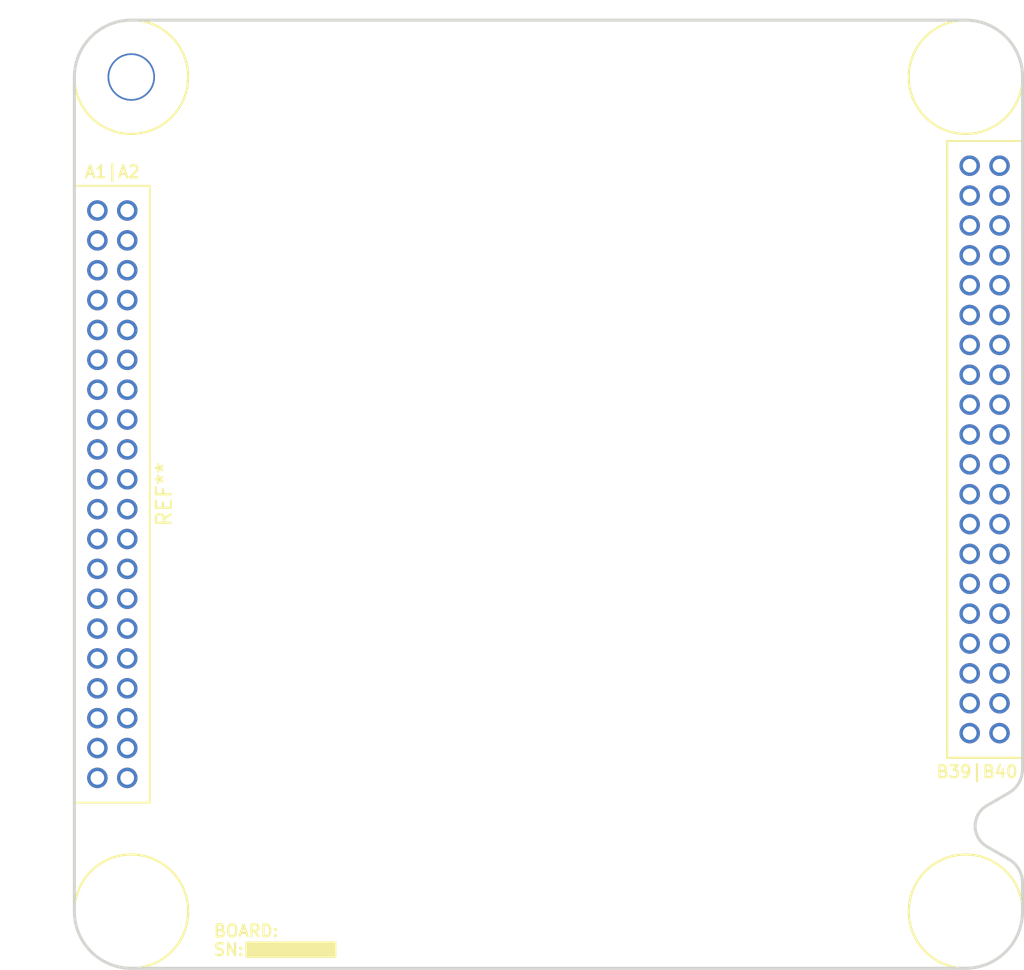
<source format=kicad_pcb>
(kicad_pcb (version 20211014) (generator pcbnew)
  (layers (0 "F.Cu" signal) (31 "B.Cu" signal) (34 "B.Paste" user) (35 "F.Paste" user) (36 "B.SilkS" user "B.Silkscreen") (37 "F.SilkS" user "F.Silkscreen") (38 "B.Mask" user) (39 "F.Mask" user) (44 "Edge.Cuts" user))
  (net 0 "")
  (footprint "star-common-lib:CAS_physical" (layer "F.Cu") (at 109.22 60.96)
    (fp_text reference "REF**" (at 6 31.75 90) (layer "F.SilkS"))
    (fp_text value "CAS_physical")
    (fp_text user "SN:" (at 9.25 62.25) (layer "F.SilkS") (effects (font (size 0.8 0.8)) (justify left)))
    (fp_text user "A1|A2" (at 2.54 10.16) (layer "F.SilkS") (effects (font (size 0.8 0.8))))
    (fp_text user "BOARD:" (at 9.25 61) (layer "F.SilkS") (effects (font (size 0.8 0.8)) (justify left)))
    (fp_text user "B39|B40" (at 60.452 50.34) (layer "F.SilkS") (effects (font (size 0.8 0.8))))
    (fp_line (start 58.4517 8.0934) (end 63.4683 8.0934) (layer "F.SilkS") (width 0.127))
    (fp_line (start 63.4683 49.4066) (end 58.4517 49.4066) (layer "F.SilkS") (width 0.15))
    (fp_line (start 5.0483 52.4066) (end 0 52.4066) (layer "F.SilkS") (width 0.127))
    (fp_line (start 0 11.0934) (end 5.0483 11.0934) (layer "F.SilkS") (width 0.127))
    (fp_line (start 58.4517 49.4066) (end 58.4517 8.0934) (layer "F.SilkS") (width 0.15))
    (fp_line (start 5.0483 11.0934) (end 5.0483 52.4066) (layer "F.SilkS") (width 0.127))
    (fp_circle (center 59.69 59.69) (end 63.5 59.69) (layer "F.SilkS") (width 0.15) (fill none))
    (fp_circle (center 59.69 3.81) (end 63.5 3.81) (layer "F.SilkS") (width 0.15) (fill none))
    (fp_circle (center 3.81 59.69) (end 7.62 59.69) (layer "F.SilkS") (width 0.15) (fill none))
    (fp_circle (center 3.81 3.81) (end 7.62 3.81) (layer "F.SilkS") (width 0.15) (fill none))
    (fp_poly (pts (xy 17.5 62.75) (xy 11.5 62.75) (xy 11.5 61.75) (xy 17.5 61.75)) (layer "F.SilkS") (width 0.1) (fill solid))
    (fp_line (start 59.69 63.5) (end 3.81 63.5) (layer "Edge.Cuts") (width 0.2))
    (fp_line (start 63.5 3.81) (end 63.5 50.165) (layer "Edge.Cuts") (width 0.2))
    (fp_line (start 3.81 0) (end 59.69 0) (layer "Edge.Cuts") (width 0.2))
    (fp_line (start 61.11875 55.349816) (end 62.581693 56.194446) (layer "Edge.Cuts") (width 0.2))
    (fp_line (start 0 59.69) (end 0 3.81) (layer "Edge.Cuts") (width 0.2))
    (fp_line (start 63.5 57.785) (end 63.5 59.69) (layer "Edge.Cuts") (width 0.2))
    (fp_line (start 61.118751 52.600185) (end 62.581694 51.755555) (layer "Edge.Cuts") (width 0.2))
    (fp_arc (start 62.581694 56.194446) (mid 63.253941 56.866693) (end 63.5 57.785) (layer "Edge.Cuts") (width 0.2))
    (fp_arc (start 59.69 0) (mid 62.384077 1.115923) (end 63.5 3.81) (layer "Edge.Cuts") (width 0.2))
    (fp_arc (start 0 3.81) (mid 1.115923 1.115923) (end 3.81 0) (layer "Edge.Cuts") (width 0.2))
    (fp_arc (start 3.81 63.5) (mid 1.115923 62.384077) (end 0 59.69) (layer "Edge.Cuts") (width 0.2))
    (fp_arc (start 63.5 50.165) (mid 63.25394 51.083307) (end 62.581693 51.755554) (layer "Edge.Cuts") (width 0.2))
    (fp_arc (start 63.5 59.69) (mid 62.384077 62.384077) (end 59.69 63.5) (layer "Edge.Cuts") (width 0.2))
    (fp_arc (start 61.11875 55.349814) (mid 60.325001 53.974999) (end 61.118751 52.600185) (layer "Edge.Cuts") (width 0.2))
    (pad "" np_thru_hole circle locked (at 3.81 3.81) (size 3.175 3.175) (drill 2.9464) (layers *.Cu *.Mask))
    (pad "" np_thru_hole circle locked (at 59.69 3.81) (size 3.175 3.175) (drill 3.175) (layers *.Cu *.Mask))
    (pad "" np_thru_hole circle locked (at 3.81 59.69) (size 3.175 3.175) (drill 3.175) (layers *.Cu *.Mask))
    (pad "" np_thru_hole circle locked (at 59.69 59.69) (size 3.175 3.175) (drill 3.175) (layers *.Cu *.Mask))
    (pad "A1" thru_hole circle locked (at 1.54 12.75 90) (size 1.3716 1.3716) (drill 0.9144) (layers *.Cu *.Mask))
    (pad "A2" thru_hole circle locked (at 3.54 12.75 90) (size 1.3716 1.3716) (drill 0.9144) (layers *.Cu *.Mask))
    (pad "A3" thru_hole circle locked (at 1.54 14.75 90) (size 1.3716 1.3716) (drill 0.9144) (layers *.Cu *.Mask))
    (pad "A4" thru_hole circle locked (at 3.54 14.75 90) (size 1.3716 1.3716) (drill 0.9144) (layers *.Cu *.Mask))
    (pad "A5" thru_hole circle locked (at 1.54 16.75 90) (size 1.3716 1.3716) (drill 0.9144) (layers *.Cu *.Mask))
    (pad "A6" thru_hole circle locked (at 3.54 16.75 90) (size 1.3716 1.3716) (drill 0.9144) (layers *.Cu *.Mask))
    (pad "A7" thru_hole circle locked (at 1.54 18.75 90) (size 1.3716 1.3716) (drill 0.9144) (layers *.Cu *.Mask))
    (pad "A8" thru_hole circle locked (at 3.54 18.75 90) (size 1.3716 1.3716) (drill 0.9144) (layers *.Cu *.Mask))
    (pad "A9" thru_hole circle locked (at 1.54 20.75 90) (size 1.3716 1.3716) (drill 0.9144) (layers *.Cu *.Mask))
    (pad "A10" thru_hole circle locked (at 3.54 20.75 90) (size 1.3716 1.3716) (drill 0.9144) (layers *.Cu *.Mask))
    (pad "A11" thru_hole circle locked (at 1.54 22.75 90) (size 1.3716 1.3716) (drill 0.9144) (layers *.Cu *.Mask))
    (pad "A12" thru_hole circle locked (at 3.54 22.75 90) (size 1.3716 1.3716) (drill 0.9144) (layers *.Cu *.Mask))
    (pad "A13" thru_hole circle locked (at 1.54 24.75 90) (size 1.3716 1.3716) (drill 0.9144) (layers *.Cu *.Mask))
    (pad "A14" thru_hole circle locked (at 3.54 24.75 90) (size 1.3716 1.3716) (drill 0.9144) (layers *.Cu *.Mask))
    (pad "A15" thru_hole circle locked (at 1.54 26.75 90) (size 1.3716 1.3716) (drill 0.9144) (layers *.Cu *.Mask))
    (pad "A16" thru_hole circle locked (at 3.54 26.75 90) (size 1.3716 1.3716) (drill 0.9144) (layers *.Cu *.Mask))
    (pad "A17" thru_hole circle locked (at 1.54 28.75 90) (size 1.3716 1.3716) (drill 0.9144) (layers *.Cu *.Mask))
    (pad "A18" thru_hole circle locked (at 3.54 28.75 90) (size 1.3716 1.3716) (drill 0.9144) (layers *.Cu *.Mask))
    (pad "A19" thru_hole circle locked (at 1.54 30.75 90) (size 1.3716 1.3716) (drill 0.9144) (layers *.Cu *.Mask))
    (pad "A20" thru_hole circle locked (at 3.54 30.75 90) (size 1.3716 1.3716) (drill 0.9144) (layers *.Cu *.Mask))
    (pad "A21" thru_hole circle locked (at 1.54 32.75 90) (size 1.3716 1.3716) (drill 0.9144) (layers *.Cu *.Mask))
    (pad "A22" thru_hole circle locked (at 3.54 32.75 90) (size 1.3716 1.3716) (drill 0.9144) (layers *.Cu *.Mask))
    (pad "A23" thru_hole circle locked (at 1.54 34.75 90) (size 1.3716 1.3716) (drill 0.9144) (layers *.Cu *.Mask))
    (pad "A24" thru_hole circle locked (at 3.54 34.75 90) (size 1.3716 1.3716) (drill 0.9144) (layers *.Cu *.Mask))
    (pad "A25" thru_hole circle locked (at 1.54 36.75 90) (size 1.3716 1.3716) (drill 0.9144) (layers *.Cu *.Mask))
    (pad "A26" thru_hole circle locked (at 3.54 36.75 90) (size 1.3716 1.3716) (drill 0.9144) (layers *.Cu *.Mask))
    (pad "A27" thru_hole circle locked (at 1.54 38.75 90) (size 1.3716 1.3716) (drill 0.9144) (layers *.Cu *.Mask))
    (pad "A28" thru_hole circle locked (at 3.54 38.75 90) (size 1.3716 1.3716) (drill 0.9144) (layers *.Cu *.Mask))
    (pad "A29" thru_hole circle locked (at 1.54 40.75 90) (size 1.3716 1.3716) (drill 0.9144) (layers *.Cu *.Mask))
    (pad "A30" thru_hole circle locked (at 3.54 40.75 90) (size 1.3716 1.3716) (drill 0.9144) (layers *.Cu *.Mask))
    (pad "A31" thru_hole circle locked (at 1.54 42.75 90) (size 1.3716 1.3716) (drill 0.9144) (layers *.Cu *.Mask))
    (pad "A32" thru_hole circle locked (at 3.54 42.75 90) (size 1.3716 1.3716) (drill 0.9144) (layers *.Cu *.Mask))
    (pad "A33" thru_hole circle locked (at 1.54 44.7499 90) (size 1.3716 1.3716) (drill 0.9144) (layers *.Cu *.Mask))
    (pad "A34" thru_hole circle locked (at 3.54 44.7499 90) (size 1.3716 1.3716) (drill 0.9144) (layers *.Cu *.Mask))
    (pad "A35" thru_hole circle locked (at 1.54 46.7499 90) (size 1.3716 1.3716) (drill 0.9144) (layers *.Cu *.Mask))
    (pad "A36" thru_hole circle locked (at 3.54 46.7499 90) (size 1.3716 1.3716) (drill 0.9144) (layers *.Cu *.Mask))
    (pad "A37" thru_hole circle locked (at 1.54 48.7499 90) (size 1.3716 1.3716) (drill 0.9144) (layers *.Cu *.Mask))
    (pad "A38" thru_hole circle locked (at 3.54 48.7499 90) (size 1.3716 1.3716) (drill 0.9144) (layers *.Cu *.Mask))
    (pad "A39" thru_hole circle locked (at 1.54 50.7499 90) (size 1.3716 1.3716) (drill 0.9144) (layers *.Cu *.Mask))
    (pad "A40" thru_hole circle locked (at 3.54 50.7499 90) (size 1.3716 1.3716) (drill 0.9144) (layers *.Cu *.Mask))
    (pad "B1" thru_hole circle locked (at 59.96 9.7501 270) (size 1.3716 1.3716) (drill 0.9144) (layers *.Cu *.Mask))
    (pad "B2" thru_hole circle locked (at 61.96 9.7501 270) (size 1.3716 1.3716) (drill 0.9144) (layers *.Cu *.Mask))
    (pad "B3" thru_hole circle locked (at 59.96 11.7501 270) (size 1.3716 1.3716) (drill 0.9144) (layers *.Cu *.Mask))
    (pad "B4" thru_hole circle locked (at 61.96 11.7501 270) (size 1.3716 1.3716) (drill 0.9144) (layers *.Cu *.Mask))
    (pad "B5" thru_hole circle locked (at 59.96 13.7501 270) (size 1.3716 1.3716) (drill 0.9144) (layers *.Cu *.Mask))
    (pad "B6" thru_hole circle locked (at 61.96 13.7501 90) (size 1.3716 1.3716) (drill 0.9144) (layers *.Cu *.Mask))
    (pad "B7" thru_hole circle locked (at 59.96 15.7501 270) (size 1.3716 1.3716) (drill 0.9144) (layers *.Cu *.Mask))
    (pad "B8" thru_hole circle locked (at 61.96 15.7501 270) (size 1.3716 1.3716) (drill 0.9144) (layers *.Cu *.Mask))
    (pad "B9" thru_hole circle locked (at 59.96 17.75 270) (size 1.3716 1.3716) (drill 0.9144) (layers *.Cu *.Mask))
    (pad "B10" thru_hole circle locked (at 61.96 17.75 270) (size 1.3716 1.3716) (drill 0.9144) (layers *.Cu *.Mask))
    (pad "B11" thru_hole circle locked (at 59.96 19.75 270) (size 1.3716 1.3716) (drill 0.9144) (layers *.Cu *.Mask))
    (pad "B12" thru_hole circle locked (at 61.96 19.75 270) (size 1.3716 1.3716) (drill 0.9144) (layers *.Cu *.Mask))
    (pad "B13" thru_hole circle locked (at 59.96 21.75 270) (size 1.3716 1.3716) (drill 0.9144) (layers *.Cu *.Mask))
    (pad "B14" thru_hole circle locked (at 61.96 21.75 270) (size 1.3716 1.3716) (drill 0.9144) (layers *.Cu *.Mask))
    (pad "B15" thru_hole circle locked (at 59.96 23.75 270) (size 1.3716 1.3716) (drill 0.9144) (layers *.Cu *.Mask))
    (pad "B16" thru_hole circle locked (at 61.96 23.75 270) (size 1.3716 1.3716) (drill 0.9144) (layers *.Cu *.Mask))
    (pad "B17" thru_hole circle locked (at 59.96 25.75 270) (size 1.3716 1.3716) (drill 0.9144) (layers *.Cu *.Mask))
    (pad "B18" thru_hole circle locked (at 61.96 25.75 270) (size 1.3716 1.3716) (drill 0.9144) (layers *.Cu *.Mask))
    (pad "B19" thru_hole circle locked (at 59.96 27.75 270) (size 1.3716 1.3716) (drill 0.9144) (layers *.Cu *.Mask))
    (pad "B20" thru_hole circle locked (at 61.96 27.75 270) (size 1.3716 1.3716) (drill 0.9144) (layers *.Cu *.Mask))
    (pad "B21" thru_hole circle locked (at 59.96 29.75 270) (size 1.3716 1.3716) (drill 0.9144) (layers *.Cu *.Mask))
    (pad "B22" thru_hole circle locked (at 61.96 29.75 270) (size 1.3716 1.3716) (drill 0.9144) (layers *.Cu *.Mask))
    (pad "B23" thru_hole circle locked (at 59.96 31.75 270) (size 1.3716 1.3716) (drill 0.9144) (layers *.Cu *.Mask))
    (pad "B24" thru_hole circle locked (at 61.96 31.75 270) (size 1.3716 1.3716) (drill 0.9144) (layers *.Cu *.Mask))
    (pad "B25" thru_hole circle locked (at 59.96 33.75 270) (size 1.3716 1.3716) (drill 0.9144) (layers *.Cu *.Mask))
    (pad "B26" thru_hole circle locked (at 61.96 33.75 270) (size 1.3716 1.3716) (drill 0.9144) (layers *.Cu *.Mask))
    (pad "B27" thru_hole circle locked (at 59.96 35.75 270) (size 1.3716 1.3716) (drill 0.9144) (layers *.Cu *.Mask))
    (pad "B28" thru_hole circle locked (at 61.96 35.75 270) (size 1.3716 1.3716) (drill 0.9144) (layers *.Cu *.Mask))
    (pad "B29" thru_hole circle locked (at 59.96 37.75 270) (size 1.3716 1.3716) (drill 0.9144) (layers *.Cu *.Mask))
    (pad "B30" thru_hole circle locked (at 61.96 37.75 270) (size 1.3716 1.3716) (drill 0.9144) (layers *.Cu *.Mask))
    (pad "B31" thru_hole circle locked (at 59.96 39.75 270) (size 1.3716 1.3716) (drill 0.9144) (layers *.Cu *.Mask))
    (pad "B32" thru_hole circle locked (at 61.96 39.75 270) (size 1.3716 1.3716) (drill 0.9144) (layers *.Cu *.Mask))
    (pad "B33" thru_hole circle locked (at 59.96 41.75 270) (size 1.3716 1.3716) (drill 0.9144) (layers *.Cu *.Mask))
    (pad "B34" thru_hole circle locked (at 61.96 41.75 270) (size 1.3716 1.3716) (drill 0.9144) (layers *.Cu *.Mask))
    (pad "B35" thru_hole circle locked (at 59.96 43.75 270) (size 1.3716 1.3716) (drill 0.9144) (layers *.Cu *.Mask))
    (pad "B36" thru_hole circle locked (at 61.96 43.75 270) (size 1.3716 1.3716) (drill 0.9144) (layers *.Cu *.Mask))
    (pad "B37" thru_hole circle locked (at 59.96 45.75 270) (size 1.3716 1.3716) (drill 0.9144) (layers *.Cu *.Mask))
    (pad "B38" thru_hole circle locked (at 61.96 45.75 270) (size 1.3716 1.3716) (drill 0.9144) (layers *.Cu *.Mask))
    (pad "B39" thru_hole circle locked (at 59.96 47.75 270) (size 1.3716 1.3716) (drill 0.9144) (layers *.Cu *.Mask))
    (pad "B40" thru_hole circle locked (at 61.96 47.75 270) (size 1.3716 1.3716) (drill 0.9144) (layers *.Cu *.Mask))
  )
)
</source>
